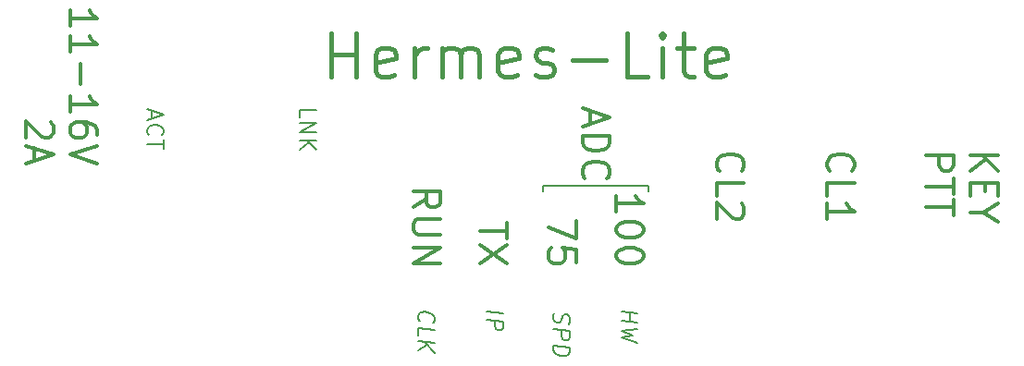
<source format=gto>
G04 #@! TF.GenerationSoftware,KiCad,Pcbnew,5.1.5-52549c5~84~ubuntu18.04.1*
G04 #@! TF.CreationDate,2020-03-18T22:27:28-07:00*
G04 #@! TF.ProjectId,endcap,656e6463-6170-42e6-9b69-6361645f7063,rev?*
G04 #@! TF.SameCoordinates,PX2faf080PY3dfd240*
G04 #@! TF.FileFunction,Legend,Top*
G04 #@! TF.FilePolarity,Positive*
%FSLAX46Y46*%
G04 Gerber Fmt 4.6, Leading zero omitted, Abs format (unit mm)*
G04 Created by KiCad (PCBNEW 5.1.5-52549c5~84~ubuntu18.04.1) date 2020-03-18 22:27:28*
%MOMM*%
%LPD*%
G04 APERTURE LIST*
%ADD10C,0.200000*%
%ADD11C,0.300000*%
%ADD12C,0.400000*%
G04 APERTURE END LIST*
D10*
X64000000Y-21900000D02*
X64000000Y-22400000D01*
X54400000Y-21900000D02*
X54400000Y-22400000D01*
X64000000Y-21900000D02*
X54400000Y-21900000D01*
D11*
X58683333Y-15004761D02*
X58683333Y-16195238D01*
X57969047Y-14766666D02*
X60469047Y-15600000D01*
X57969047Y-16433333D01*
X57969047Y-17266666D02*
X60469047Y-17266666D01*
X60469047Y-17861904D01*
X60350000Y-18219047D01*
X60111904Y-18457142D01*
X59873809Y-18576190D01*
X59397619Y-18695238D01*
X59040476Y-18695238D01*
X58564285Y-18576190D01*
X58326190Y-18457142D01*
X58088095Y-18219047D01*
X57969047Y-17861904D01*
X57969047Y-17266666D01*
X58207142Y-21195238D02*
X58088095Y-21076190D01*
X57969047Y-20719047D01*
X57969047Y-20480952D01*
X58088095Y-20123809D01*
X58326190Y-19885714D01*
X58564285Y-19766666D01*
X59040476Y-19647619D01*
X59397619Y-19647619D01*
X59873809Y-19766666D01*
X60111904Y-19885714D01*
X60350000Y-20123809D01*
X60469047Y-20480952D01*
X60469047Y-20719047D01*
X60350000Y-21076190D01*
X60230952Y-21195238D01*
X70507142Y-20518809D02*
X70388095Y-20399761D01*
X70269047Y-20042619D01*
X70269047Y-19804523D01*
X70388095Y-19447380D01*
X70626190Y-19209285D01*
X70864285Y-19090238D01*
X71340476Y-18971190D01*
X71697619Y-18971190D01*
X72173809Y-19090238D01*
X72411904Y-19209285D01*
X72650000Y-19447380D01*
X72769047Y-19804523D01*
X72769047Y-20042619D01*
X72650000Y-20399761D01*
X72530952Y-20518809D01*
X70269047Y-22780714D02*
X70269047Y-21590238D01*
X72769047Y-21590238D01*
X72530952Y-23495000D02*
X72650000Y-23614047D01*
X72769047Y-23852142D01*
X72769047Y-24447380D01*
X72650000Y-24685476D01*
X72530952Y-24804523D01*
X72292857Y-24923571D01*
X72054761Y-24923571D01*
X71697619Y-24804523D01*
X70269047Y-23375952D01*
X70269047Y-24923571D01*
X80607142Y-20518809D02*
X80488095Y-20399761D01*
X80369047Y-20042619D01*
X80369047Y-19804523D01*
X80488095Y-19447380D01*
X80726190Y-19209285D01*
X80964285Y-19090238D01*
X81440476Y-18971190D01*
X81797619Y-18971190D01*
X82273809Y-19090238D01*
X82511904Y-19209285D01*
X82750000Y-19447380D01*
X82869047Y-19804523D01*
X82869047Y-20042619D01*
X82750000Y-20399761D01*
X82630952Y-20518809D01*
X80369047Y-22780714D02*
X80369047Y-21590238D01*
X82869047Y-21590238D01*
X80369047Y-24923571D02*
X80369047Y-23495000D01*
X80369047Y-24209285D02*
X82869047Y-24209285D01*
X82511904Y-23971190D01*
X82273809Y-23733095D01*
X82154761Y-23495000D01*
D10*
X32121428Y-15628571D02*
X32121428Y-14914285D01*
X33621428Y-14914285D01*
X32121428Y-16128571D02*
X33621428Y-16128571D01*
X32121428Y-16985714D01*
X33621428Y-16985714D01*
X32121428Y-17700000D02*
X33621428Y-17700000D01*
X32121428Y-18557142D02*
X32978571Y-17914285D01*
X33621428Y-18557142D02*
X32764285Y-17700000D01*
X18550000Y-15021428D02*
X18550000Y-15735714D01*
X18121428Y-14878571D02*
X19621428Y-15378571D01*
X18121428Y-15878571D01*
X18264285Y-17235714D02*
X18192857Y-17164285D01*
X18121428Y-16950000D01*
X18121428Y-16807142D01*
X18192857Y-16592857D01*
X18335714Y-16450000D01*
X18478571Y-16378571D01*
X18764285Y-16307142D01*
X18978571Y-16307142D01*
X19264285Y-16378571D01*
X19407142Y-16450000D01*
X19550000Y-16592857D01*
X19621428Y-16807142D01*
X19621428Y-16950000D01*
X19550000Y-17164285D01*
X19478571Y-17235714D01*
X19621428Y-17664285D02*
X19621428Y-18521428D01*
X18121428Y-18092857D02*
X19621428Y-18092857D01*
X61521428Y-33366339D02*
X63021428Y-33553839D01*
X62307142Y-33464553D02*
X62307142Y-34321696D01*
X61521428Y-34223482D02*
X63021428Y-34410982D01*
X63021428Y-34982410D02*
X61521428Y-35152053D01*
X62592857Y-35571696D01*
X61521428Y-35723482D01*
X63021428Y-36268125D01*
X55392857Y-33532410D02*
X55321428Y-33737767D01*
X55321428Y-34094910D01*
X55392857Y-34246696D01*
X55464285Y-34327053D01*
X55607142Y-34416339D01*
X55750000Y-34434196D01*
X55892857Y-34380625D01*
X55964285Y-34318125D01*
X56035714Y-34184196D01*
X56107142Y-33907410D01*
X56178571Y-33773482D01*
X56250000Y-33710982D01*
X56392857Y-33657410D01*
X56535714Y-33675267D01*
X56678571Y-33764553D01*
X56750000Y-33844910D01*
X56821428Y-33996696D01*
X56821428Y-34353839D01*
X56750000Y-34559196D01*
X55321428Y-35023482D02*
X56821428Y-35210982D01*
X56821428Y-35782410D01*
X56750000Y-35916339D01*
X56678571Y-35978839D01*
X56535714Y-36032410D01*
X56321428Y-36005625D01*
X56178571Y-35916339D01*
X56107142Y-35835982D01*
X56035714Y-35684196D01*
X56035714Y-35112767D01*
X55321428Y-36523482D02*
X56821428Y-36710982D01*
X56821428Y-37068125D01*
X56750000Y-37273482D01*
X56607142Y-37398482D01*
X56464285Y-37452053D01*
X56178571Y-37487767D01*
X55964285Y-37460982D01*
X55678571Y-37353839D01*
X55535714Y-37264553D01*
X55392857Y-37103839D01*
X55321428Y-36880625D01*
X55321428Y-36523482D01*
X49221428Y-33402053D02*
X50721428Y-33589553D01*
X49221428Y-34116339D02*
X50721428Y-34303839D01*
X50721428Y-34875267D01*
X50650000Y-35009196D01*
X50578571Y-35071696D01*
X50435714Y-35125267D01*
X50221428Y-35098482D01*
X50078571Y-35009196D01*
X50007142Y-34928839D01*
X49935714Y-34777053D01*
X49935714Y-34205625D01*
X43064285Y-34277053D02*
X42992857Y-34196696D01*
X42921428Y-33973482D01*
X42921428Y-33830625D01*
X42992857Y-33625267D01*
X43135714Y-33500267D01*
X43278571Y-33446696D01*
X43564285Y-33410982D01*
X43778571Y-33437767D01*
X44064285Y-33544910D01*
X44207142Y-33634196D01*
X44350000Y-33794910D01*
X44421428Y-34018125D01*
X44421428Y-34160982D01*
X44350000Y-34366339D01*
X44278571Y-34428839D01*
X42921428Y-35616339D02*
X42921428Y-34902053D01*
X44421428Y-35089553D01*
X42921428Y-36116339D02*
X44421428Y-36303839D01*
X42921428Y-36973482D02*
X43778571Y-36437767D01*
X44421428Y-37160982D02*
X43564285Y-36196696D01*
D11*
X42469047Y-23854761D02*
X43659523Y-23021428D01*
X42469047Y-22426190D02*
X44969047Y-22426190D01*
X44969047Y-23378571D01*
X44850000Y-23616666D01*
X44730952Y-23735714D01*
X44492857Y-23854761D01*
X44135714Y-23854761D01*
X43897619Y-23735714D01*
X43778571Y-23616666D01*
X43659523Y-23378571D01*
X43659523Y-22426190D01*
X44969047Y-24926190D02*
X42945238Y-24926190D01*
X42707142Y-25045238D01*
X42588095Y-25164285D01*
X42469047Y-25402380D01*
X42469047Y-25878571D01*
X42588095Y-26116666D01*
X42707142Y-26235714D01*
X42945238Y-26354761D01*
X44969047Y-26354761D01*
X42469047Y-27545238D02*
X44969047Y-27545238D01*
X42469047Y-28973809D01*
X44969047Y-28973809D01*
X51069047Y-25295238D02*
X51069047Y-26723809D01*
X48569047Y-26009523D02*
X51069047Y-26009523D01*
X51069047Y-27319047D02*
X48569047Y-28985714D01*
X51069047Y-28985714D02*
X48569047Y-27319047D01*
X61069047Y-24233333D02*
X61069047Y-22804761D01*
X61069047Y-23519047D02*
X63569047Y-23519047D01*
X63211904Y-23280952D01*
X62973809Y-23042857D01*
X62854761Y-22804761D01*
X63569047Y-25780952D02*
X63569047Y-26019047D01*
X63450000Y-26257142D01*
X63330952Y-26376190D01*
X63092857Y-26495238D01*
X62616666Y-26614285D01*
X62021428Y-26614285D01*
X61545238Y-26495238D01*
X61307142Y-26376190D01*
X61188095Y-26257142D01*
X61069047Y-26019047D01*
X61069047Y-25780952D01*
X61188095Y-25542857D01*
X61307142Y-25423809D01*
X61545238Y-25304761D01*
X62021428Y-25185714D01*
X62616666Y-25185714D01*
X63092857Y-25304761D01*
X63330952Y-25423809D01*
X63450000Y-25542857D01*
X63569047Y-25780952D01*
X63569047Y-28161904D02*
X63569047Y-28400000D01*
X63450000Y-28638095D01*
X63330952Y-28757142D01*
X63092857Y-28876190D01*
X62616666Y-28995238D01*
X62021428Y-28995238D01*
X61545238Y-28876190D01*
X61307142Y-28757142D01*
X61188095Y-28638095D01*
X61069047Y-28400000D01*
X61069047Y-28161904D01*
X61188095Y-27923809D01*
X61307142Y-27804761D01*
X61545238Y-27685714D01*
X62021428Y-27566666D01*
X62616666Y-27566666D01*
X63092857Y-27685714D01*
X63330952Y-27804761D01*
X63450000Y-27923809D01*
X63569047Y-28161904D01*
X57369047Y-25076190D02*
X57369047Y-26742857D01*
X54869047Y-25671428D01*
X57369047Y-28885714D02*
X57369047Y-27695238D01*
X56178571Y-27576190D01*
X56297619Y-27695238D01*
X56416666Y-27933333D01*
X56416666Y-28528571D01*
X56297619Y-28766666D01*
X56178571Y-28885714D01*
X55940476Y-29004761D01*
X55345238Y-29004761D01*
X55107142Y-28885714D01*
X54988095Y-28766666D01*
X54869047Y-28528571D01*
X54869047Y-27933333D01*
X54988095Y-27695238D01*
X55107142Y-27576190D01*
X11094047Y-7247857D02*
X11094047Y-5819285D01*
X11094047Y-6533571D02*
X13594047Y-6533571D01*
X13236904Y-6295476D01*
X12998809Y-6057380D01*
X12879761Y-5819285D01*
X11094047Y-9628809D02*
X11094047Y-8200238D01*
X11094047Y-8914523D02*
X13594047Y-8914523D01*
X13236904Y-8676428D01*
X12998809Y-8438333D01*
X12879761Y-8200238D01*
X12046428Y-10700238D02*
X12046428Y-12605000D01*
X11094047Y-15105000D02*
X11094047Y-13676428D01*
X11094047Y-14390714D02*
X13594047Y-14390714D01*
X13236904Y-14152619D01*
X12998809Y-13914523D01*
X12879761Y-13676428D01*
X13594047Y-17247857D02*
X13594047Y-16771666D01*
X13475000Y-16533571D01*
X13355952Y-16414523D01*
X12998809Y-16176428D01*
X12522619Y-16057380D01*
X11570238Y-16057380D01*
X11332142Y-16176428D01*
X11213095Y-16295476D01*
X11094047Y-16533571D01*
X11094047Y-17009761D01*
X11213095Y-17247857D01*
X11332142Y-17366904D01*
X11570238Y-17485952D01*
X12165476Y-17485952D01*
X12403571Y-17366904D01*
X12522619Y-17247857D01*
X12641666Y-17009761D01*
X12641666Y-16533571D01*
X12522619Y-16295476D01*
X12403571Y-16176428D01*
X12165476Y-16057380D01*
X13594047Y-18200238D02*
X11094047Y-19033571D01*
X13594047Y-19866904D01*
X9305952Y-16057380D02*
X9425000Y-16176428D01*
X9544047Y-16414523D01*
X9544047Y-17009761D01*
X9425000Y-17247857D01*
X9305952Y-17366904D01*
X9067857Y-17485952D01*
X8829761Y-17485952D01*
X8472619Y-17366904D01*
X7044047Y-15938333D01*
X7044047Y-17485952D01*
X7758333Y-18438333D02*
X7758333Y-19628809D01*
X7044047Y-18200238D02*
X9544047Y-19033571D01*
X7044047Y-19866904D01*
X93494047Y-19090238D02*
X95994047Y-19090238D01*
X93494047Y-20518809D02*
X94922619Y-19447380D01*
X95994047Y-20518809D02*
X94565476Y-19090238D01*
X94803571Y-21590238D02*
X94803571Y-22423571D01*
X93494047Y-22780714D02*
X93494047Y-21590238D01*
X95994047Y-21590238D01*
X95994047Y-22780714D01*
X94684523Y-24328333D02*
X93494047Y-24328333D01*
X95994047Y-23495000D02*
X94684523Y-24328333D01*
X95994047Y-25161666D01*
X89444047Y-19090238D02*
X91944047Y-19090238D01*
X91944047Y-20042619D01*
X91825000Y-20280714D01*
X91705952Y-20399761D01*
X91467857Y-20518809D01*
X91110714Y-20518809D01*
X90872619Y-20399761D01*
X90753571Y-20280714D01*
X90634523Y-20042619D01*
X90634523Y-19090238D01*
X91944047Y-21233095D02*
X91944047Y-22661666D01*
X89444047Y-21947380D02*
X91944047Y-21947380D01*
X91944047Y-23137857D02*
X91944047Y-24566428D01*
X89444047Y-23852142D02*
X91944047Y-23852142D01*
D12*
X35000000Y-11909523D02*
X35000000Y-7909523D01*
X35000000Y-9814285D02*
X37285714Y-9814285D01*
X37285714Y-11909523D02*
X37285714Y-7909523D01*
X40714285Y-11719047D02*
X40333333Y-11909523D01*
X39571428Y-11909523D01*
X39190476Y-11719047D01*
X39000000Y-11338095D01*
X39000000Y-9814285D01*
X39190476Y-9433333D01*
X39571428Y-9242857D01*
X40333333Y-9242857D01*
X40714285Y-9433333D01*
X40904761Y-9814285D01*
X40904761Y-10195238D01*
X39000000Y-10576190D01*
X42619047Y-11909523D02*
X42619047Y-9242857D01*
X42619047Y-10004761D02*
X42809523Y-9623809D01*
X43000000Y-9433333D01*
X43380952Y-9242857D01*
X43761904Y-9242857D01*
X45095238Y-11909523D02*
X45095238Y-9242857D01*
X45095238Y-9623809D02*
X45285714Y-9433333D01*
X45666666Y-9242857D01*
X46238095Y-9242857D01*
X46619047Y-9433333D01*
X46809523Y-9814285D01*
X46809523Y-11909523D01*
X46809523Y-9814285D02*
X47000000Y-9433333D01*
X47380952Y-9242857D01*
X47952380Y-9242857D01*
X48333333Y-9433333D01*
X48523809Y-9814285D01*
X48523809Y-11909523D01*
X51952380Y-11719047D02*
X51571428Y-11909523D01*
X50809523Y-11909523D01*
X50428571Y-11719047D01*
X50238095Y-11338095D01*
X50238095Y-9814285D01*
X50428571Y-9433333D01*
X50809523Y-9242857D01*
X51571428Y-9242857D01*
X51952380Y-9433333D01*
X52142857Y-9814285D01*
X52142857Y-10195238D01*
X50238095Y-10576190D01*
X53666666Y-11719047D02*
X54047619Y-11909523D01*
X54809523Y-11909523D01*
X55190476Y-11719047D01*
X55380952Y-11338095D01*
X55380952Y-11147619D01*
X55190476Y-10766666D01*
X54809523Y-10576190D01*
X54238095Y-10576190D01*
X53857142Y-10385714D01*
X53666666Y-10004761D01*
X53666666Y-9814285D01*
X53857142Y-9433333D01*
X54238095Y-9242857D01*
X54809523Y-9242857D01*
X55190476Y-9433333D01*
X57095238Y-10385714D02*
X60142857Y-10385714D01*
X63952380Y-11909523D02*
X62047619Y-11909523D01*
X62047619Y-7909523D01*
X65285714Y-11909523D02*
X65285714Y-9242857D01*
X65285714Y-7909523D02*
X65095238Y-8100000D01*
X65285714Y-8290476D01*
X65476190Y-8100000D01*
X65285714Y-7909523D01*
X65285714Y-8290476D01*
X66619047Y-9242857D02*
X68142857Y-9242857D01*
X67190476Y-7909523D02*
X67190476Y-11338095D01*
X67380952Y-11719047D01*
X67761904Y-11909523D01*
X68142857Y-11909523D01*
X71000000Y-11719047D02*
X70619047Y-11909523D01*
X69857142Y-11909523D01*
X69476190Y-11719047D01*
X69285714Y-11338095D01*
X69285714Y-9814285D01*
X69476190Y-9433333D01*
X69857142Y-9242857D01*
X70619047Y-9242857D01*
X71000000Y-9433333D01*
X71190476Y-9814285D01*
X71190476Y-10195238D01*
X69285714Y-10576190D01*
M02*

</source>
